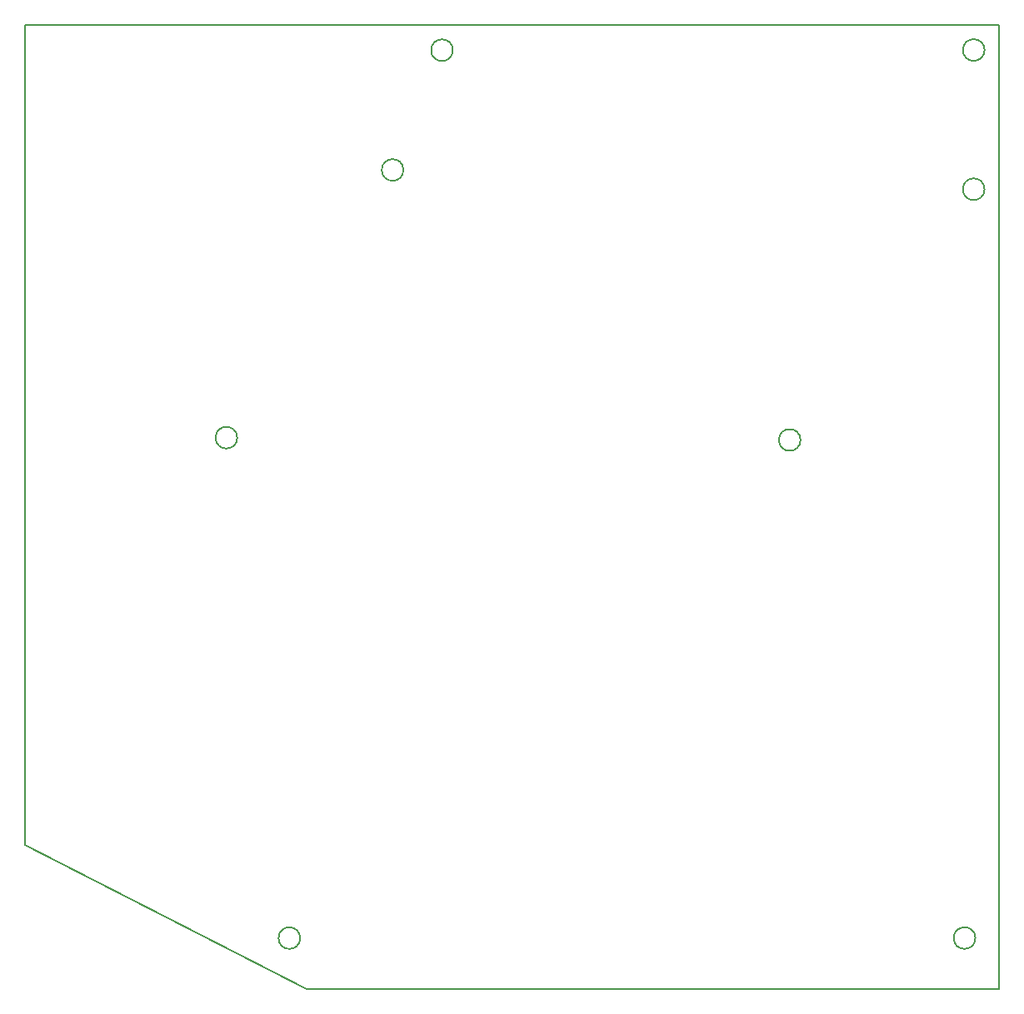
<source format=gbr>
G04 #@! TF.GenerationSoftware,KiCad,Pcbnew,(5.1.6-0-10_14)*
G04 #@! TF.CreationDate,2022-10-29T14:19:20+09:00*
G04 #@! TF.ProjectId,cool536v130,636f6f6c-3533-4367-9631-33302e6b6963,rev?*
G04 #@! TF.SameCoordinates,Original*
G04 #@! TF.FileFunction,Profile,NP*
%FSLAX46Y46*%
G04 Gerber Fmt 4.6, Leading zero omitted, Abs format (unit mm)*
G04 Created by KiCad (PCBNEW (5.1.6-0-10_14)) date 2022-10-29 14:19:20*
%MOMM*%
%LPD*%
G01*
G04 APERTURE LIST*
G04 #@! TA.AperFunction,Profile*
%ADD10C,0.150000*%
G04 #@! TD*
G04 APERTURE END LIST*
D10*
X66500000Y-126940000D02*
G75*
G03*
X66500000Y-126940000I-1100000J0D01*
G01*
X135110000Y-126940000D02*
G75*
G03*
X135110000Y-126940000I-1100000J0D01*
G01*
X60100000Y-76050000D02*
G75*
G03*
X60100000Y-76050000I-1100000J0D01*
G01*
X117340000Y-76280000D02*
G75*
G03*
X117340000Y-76280000I-1100000J0D01*
G01*
X82010000Y-36640000D02*
G75*
G03*
X82010000Y-36640000I-1100000J0D01*
G01*
X76990000Y-48820000D02*
G75*
G03*
X76990000Y-48820000I-1100000J0D01*
G01*
X136040000Y-50780000D02*
G75*
G03*
X136040000Y-50780000I-1100000J0D01*
G01*
X137500000Y-34080000D02*
X137500000Y-132130000D01*
X38550000Y-34080000D02*
X137500000Y-34080000D01*
X38550000Y-117510000D02*
X38550000Y-34080000D01*
X67120000Y-132130000D02*
X38550000Y-117510000D01*
X137500000Y-132130000D02*
X67120000Y-132130000D01*
X136040000Y-36620000D02*
G75*
G03*
X136040000Y-36620000I-1100000J0D01*
G01*
M02*

</source>
